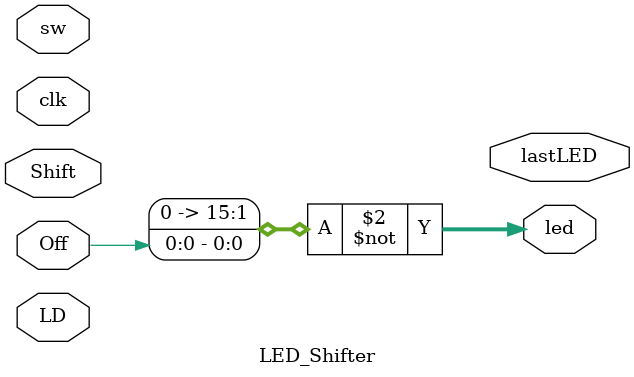
<source format=v>
`timescale 1ns / 1ps


module LED_Shifter(
    input [15:0] sw,
    input LD,
    input Shift,
    input Off,
    input clk,
    output [15:0] led,
    output lastLED
    );
    
    assign led = ~(Off & 1'b1);
     
endmodule

</source>
